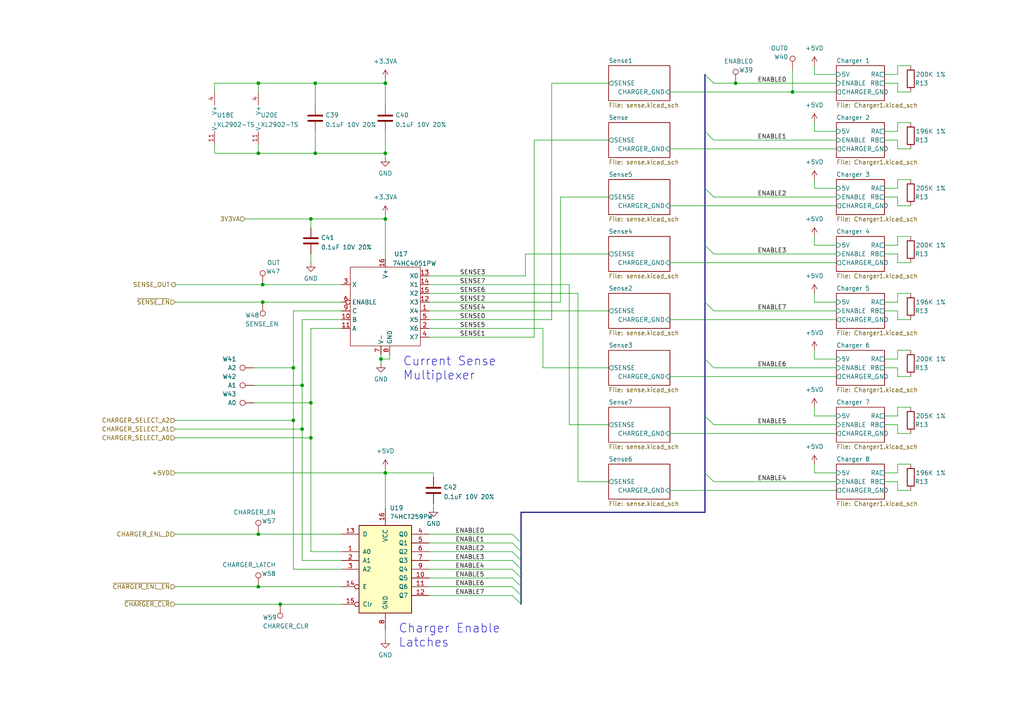
<source format=kicad_sch>
(kicad_sch (version 20230121) (generator eeschema)
  (paper "A4")
  (lib_symbols
    (symbol "74xx:74LS259" (pin_names (offset 1.016))
      (property "Reference" "U" (at -7.62 13.97 0))
      (property "Value" "74LS259" (at -7.62 -13.97 0))
      (symbol "74LS259_1_0"
        (pin input line (at -12.7 5.08 0) (length 5.08) (name "A0") (number "1"))
        (pin output line (at 12.7 -2.54 180) (length 5.08) (name "Q5") (number "10"))
        (pin output line (at 12.7 -5.08 180) (length 5.08) (name "Q6") (number "11"))
        (pin output line (at 12.7 -7.62 180) (length 5.08) (name "Q7") (number "12"))
        (pin input line (at -12.7 10.16 0) (length 5.08) (name "D") (number "13"))
        (pin input inverted (at -12.7 -5.08 0) (length 5.08) (name "E") (number "14"))
        (pin input inverted (at -12.7 -10.16 0) (length 5.08) (name "Clr") (number "15"))
        (pin power_in line (at 0 17.78 270) (length 5.08) (name "VCC") (number "16"))
        (pin input line (at -12.7 2.54 0) (length 5.08) (name "A1") (number "2"))
        (pin input line (at -12.7 0 0) (length 5.08) (name "A2") (number "3"))
        (pin output line (at 12.7 10.16 180) (length 5.08) (name "Q0") (number "4"))
        (pin output line (at 12.7 7.62 180) (length 5.08) (name "Q1") (number "5"))
        (pin output line (at 12.7 5.08 180) (length 5.08) (name "Q2") (number "6"))
        (pin output line (at 12.7 2.54 180) (length 5.08) (name "Q3") (number "7"))
        (pin power_in line (at 0 -17.78 90) (length 5.08) (name "GND") (number "8"))
        (pin output line (at 12.7 0 180) (length 5.08) (name "Q4") (number "9"))
      )
      (symbol "74LS259_1_1"
        (rectangle (start -7.62 12.7) (end 7.62 -12.7) (stroke (width 0.254)) (fill (type background)))
      )
    )
    (symbol "Amplifier_Operational:LM2902" (pin_names (offset 0.127))
      (property "Reference" "U" (at 0 5.08 0))
      (property "Value" "LM2902" (at 0 -5.08 0))
      (symbol "LM2902_1_1"
        (polyline (pts (xy -5.08 5.08) (xy 5.08 0) (xy -5.08 -5.08) (xy -5.08 5.08)) (stroke (width 0.254)) (fill (type background)))
        (pin output line (at 7.62 0 180) (length 2.54) (name "~") (number "1"))
        (pin input line (at -7.62 -2.54 0) (length 2.54) (name "-") (number "2"))
        (pin input line (at -7.62 2.54 0) (length 2.54) (name "+") (number "3"))
      )
      (symbol "LM2902_2_1"
        (polyline (pts (xy -5.08 5.08) (xy 5.08 0) (xy -5.08 -5.08) (xy -5.08 5.08)) (stroke (width 0.254)) (fill (type background)))
        (pin input line (at -7.62 2.54 0) (length 2.54) (name "+") (number "5"))
        (pin input line (at -7.62 -2.54 0) (length 2.54) (name "-") (number "6"))
        (pin output line (at 7.62 0 180) (length 2.54) (name "~") (number "7"))
      )
      (symbol "LM2902_3_1"
        (polyline (pts (xy -5.08 5.08) (xy 5.08 0) (xy -5.08 -5.08) (xy -5.08 5.08)) (stroke (width 0.254)) (fill (type background)))
        (pin input line (at -7.62 2.54 0) (length 2.54) (name "+") (number "10"))
        (pin output line (at 7.62 0 180) (length 2.54) (name "~") (number "8"))
        (pin input line (at -7.62 -2.54 0) (length 2.54) (name "-") (number "9"))
      )
      (symbol "LM2902_4_1"
        (polyline (pts (xy -5.08 5.08) (xy 5.08 0) (xy -5.08 -5.08) (xy -5.08 5.08)) (stroke (width 0.254)) (fill (type background)))
        (pin input line (at -7.62 2.54 0) (length 2.54) (name "+") (number "12"))
        (pin input line (at -7.62 -2.54 0) (length 2.54) (name "-") (number "13"))
        (pin output line (at 7.62 0 180) (length 2.54) (name "~") (number "14"))
      )
      (symbol "LM2902_5_1"
        (pin power_in line (at -2.54 -7.62 90) (length 3.81) (name "V-") (number "11"))
        (pin power_in line (at -2.54 7.62 270) (length 3.81) (name "V+") (number "4"))
      )
    )
    (symbol "Device:C" (pin_numbers hide) (pin_names (offset 0.254))
      (property "Reference" "C" (at 0.635 2.54 0))
      (property "Value" "C" (at 0.635 -2.54 0))
      (symbol "C_0_1"
        (polyline (pts (xy -2.032 -0.762) (xy 2.032 -0.762)) (stroke (width 0.508)))
        (polyline (pts (xy -2.032 0.762) (xy 2.032 0.762)) (stroke (width 0.508)))
      )
      (symbol "C_1_1"
        (pin passive line (at 0 3.81 270) (length 2.794) (name "~") (number "1"))
        (pin passive line (at 0 -3.81 90) (length 2.794) (name "~") (number "2"))
      )
    )
    (symbol "Device:R" (pin_numbers hide) (pin_names (offset 0))
      (property "Reference" "R" (at 2.032 0 90))
      (property "Value" "R" (at 0 0 90))
      (symbol "R_0_1"
        (rectangle (start -1.016 -2.54) (end 1.016 2.54) (stroke (width 0.254)))
      )
      (symbol "R_1_1"
        (pin passive line (at 0 3.81 270) (length 1.27) (name "~") (number "1"))
        (pin passive line (at 0 -3.81 90) (length 1.27) (name "~") (number "2"))
      )
    )
    (symbol "Pixels-dice:DG4051E"
      (property "Reference" "U" (at 7.62 -12.7 0))
      (property "Value" "DG4051E" (at 5.08 12.7 0))
      (symbol "DG4051E_0_1"
        (rectangle (start -10.16 11.43) (end 10.16 -11.43))
      )
      (symbol "DG4051E_1_1"
        (pin bidirectional line (at 12.7 -1.27 180) (length 2.54) (name "X4") (number "1"))
        (pin input line (at -12.7 -3.81 0) (length 2.54) (name "B") (number "10"))
        (pin input line (at -12.7 -6.35 0) (length 2.54) (name "A") (number "11"))
        (pin bidirectional line (at 12.7 1.27 180) (length 2.54) (name "X3") (number "12"))
        (pin bidirectional line (at 12.7 8.89 180) (length 2.54) (name "X0") (number "13"))
        (pin bidirectional line (at 12.7 6.35 180) (length 2.54) (name "X1") (number "14"))
        (pin bidirectional line (at 12.7 3.81 180) (length 2.54) (name "X2") (number "15"))
        (pin power_in line (at 0 13.97 270) (length 2.54) (name "V+") (number "16"))
        (pin bidirectional line (at 12.7 -6.35 180) (length 2.54) (name "X6") (number "2"))
        (pin bidirectional line (at -12.7 6.35 0) (length 2.54) (name "X") (number "3"))
        (pin bidirectional line (at 12.7 -8.89 180) (length 2.54) (name "X7") (number "4"))
        (pin bidirectional line (at 12.7 -3.81 180) (length 2.54) (name "X5") (number "5"))
        (pin input inverted (at -12.7 1.27 0) (length 2.54) (name "ENABLE") (number "6"))
        (pin power_in line (at -1.27 -13.97 90) (length 2.54) (name "V-") (number "7"))
        (pin power_in line (at 1.27 -13.97 90) (length 2.54) (name "GND") (number "8"))
        (pin input line (at -12.7 -1.27 0) (length 2.54) (name "C") (number "9"))
      )
    )
    (symbol "Pixels-dice:TEST_1P-conn" (pin_numbers hide) (pin_names (offset 0.762) hide)
      (property "Reference" "W" (at 0 6.858 0))
      (property "Value" "TEST_1P-conn" (at 0 5.08 0))
      (symbol "TEST_1P-conn_0_1"
        (circle (center 0 3.302) (radius 0.762))
      )
      (symbol "TEST_1P-conn_1_1"
        (pin passive line (at 0 0 90) (length 2.54) (name "1") (number "1"))
      )
    )
    (symbol "power:+3.3VA" (power) (pin_names (offset 0))
      (property "Value" "+3.3VA" (at 0 3.556 0))
      (symbol "+3.3VA_0_1"
        (polyline (pts (xy -0.762 1.27) (xy 0 2.54)))
        (polyline (pts (xy 0 0) (xy 0 2.54)))
        (polyline (pts (xy 0 2.54) (xy 0.762 1.27)))
      )
      (symbol "+3.3VA_1_1"
        (pin power_in line (at 0 0 90) (length 0) hide (name "+3.3VA") (number "1"))
      )
    )
    (symbol "power:+5VD" (power) (pin_names (offset 0))
      (property "Value" "+5VD" (at 0 3.556 0))
      (symbol "+5VD_0_1"
        (polyline (pts (xy -0.762 1.27) (xy 0 2.54)))
        (polyline (pts (xy 0 0) (xy 0 2.54)))
        (polyline (pts (xy 0 2.54) (xy 0.762 1.27)))
      )
      (symbol "+5VD_1_1"
        (pin power_in line (at 0 0 90) (length 0) hide (name "+5VD") (number "1"))
      )
    )
    (symbol "power:GND" (power) (pin_names (offset 0))
      (property "Value" "GND" (at 0 -3.81 0))
      (symbol "GND_0_1"
        (polyline (pts (xy 0 0) (xy 0 -1.27) (xy 1.27 -1.27) (xy 0 -2.54) (xy -1.27 -1.27) (xy 0 -1.27)))
      )
      (symbol "GND_1_1"
        (pin power_in line (at 0 0 270) (length 0) hide (name "GND") (number "1"))
      )
    )
  )
  (junction (at 91.44 24.13))
  (junction (at 91.44 44.45))
  (junction (at 90.17 127))
  (junction (at 90.17 63.5))
  (junction (at 81.28 175.26))
  (junction (at 111.76 63.5))
  (junction (at 74.93 44.45))
  (junction (at 90.17 116.84))
  (junction (at 74.93 170.18))
  (junction (at 110.49 104.14))
  (junction (at 87.63 124.46))
  (junction (at 87.63 111.76))
  (junction (at 76.2 87.63))
  (junction (at 229.87 26.67))
  (junction (at 74.93 154.94))
  (junction (at 111.76 24.13))
  (junction (at 111.76 44.45))
  (junction (at 76.2 82.55))
  (junction (at 85.09 121.92))
  (junction (at 85.09 106.68))
  (junction (at 74.93 24.13))
  (junction (at 213.36 24.13))
  (junction (at 111.76 137.16))
  (bus_entry (at 148.59 170.18) (size 2.54 2.54))
  (bus_entry (at 148.59 162.56) (size 2.54 2.54))
  (bus_entry (at 148.59 157.48) (size 2.54 2.54))
  (bus_entry (at 148.59 154.94) (size 2.54 2.54))
  (bus_entry (at 148.59 160.02) (size 2.54 2.54))
  (bus_entry (at 148.59 172.72) (size 2.54 2.54))
  (bus_entry (at 148.59 167.64) (size 2.54 2.54))
  (bus_entry (at 148.59 165.1) (size 2.54 2.54))
  (bus_entry (at 204.47 21.59) (size 2.54 2.54))
  (bus_entry (at 207.01 40.64) (size -2.54 -2.54))
  (bus_entry (at 207.01 57.15) (size -2.54 -2.54))
  (bus_entry (at 207.01 73.66) (size -2.54 -2.54))
  (bus_entry (at 207.01 106.68) (size -2.54 -2.54))
  (bus_entry (at 207.01 90.17) (size -2.54 -2.54))
  (bus_entry (at 207.01 139.7) (size -2.54 -2.54))
  (bus_entry (at 207.01 123.19) (size -2.54 -2.54))
  (wire (pts (xy 165.1 123.19) (xy 176.53 123.19)))
  (wire (pts (xy 194.31 43.18) (xy 242.57 43.18)))
  (wire (pts (xy 110.49 102.87) (xy 110.49 104.14)))
  (wire (pts (xy 256.54 38.1) (xy 260.35 38.1)))
  (wire (pts (xy 85.09 121.92) (xy 85.09 165.1)))
  (wire (pts (xy 90.17 63.5) (xy 90.17 66.04)))
  (bus (pts (xy 204.47 38.1) (xy 204.47 54.61)))
  (wire (pts (xy 91.44 24.13) (xy 74.93 24.13)))
  (wire (pts (xy 256.54 57.15) (xy 260.35 57.15)))
  (wire (pts (xy 260.35 40.64) (xy 260.35 43.18)))
  (wire (pts (xy 62.23 41.91) (xy 62.23 44.45)))
  (wire (pts (xy 207.01 123.19) (xy 242.57 123.19)))
  (wire (pts (xy 207.01 90.17) (xy 242.57 90.17)))
  (wire (pts (xy 74.93 170.18) (xy 99.06 170.18)))
  (wire (pts (xy 73.66 106.68) (xy 85.09 106.68)))
  (wire (pts (xy 111.76 62.23) (xy 111.76 63.5)))
  (wire (pts (xy 207.01 139.7) (xy 242.57 139.7)))
  (wire (pts (xy 256.54 24.13) (xy 260.35 24.13)))
  (wire (pts (xy 73.66 116.84) (xy 90.17 116.84)))
  (wire (pts (xy 256.54 73.66) (xy 260.35 73.66)))
  (wire (pts (xy 50.8 154.94) (xy 74.93 154.94)))
  (wire (pts (xy 194.31 92.71) (xy 242.57 92.71)))
  (wire (pts (xy 125.73 138.43) (xy 125.73 137.16)))
  (wire (pts (xy 124.46 154.94) (xy 148.59 154.94)))
  (wire (pts (xy 176.53 40.64) (xy 154.94 40.64)))
  (wire (pts (xy 260.35 26.67) (xy 264.16 26.67)))
  (wire (pts (xy 124.46 165.1) (xy 148.59 165.1)))
  (wire (pts (xy 74.93 154.94) (xy 99.06 154.94)))
  (wire (pts (xy 256.54 21.59) (xy 260.35 21.59)))
  (bus (pts (xy 204.47 137.16) (xy 204.47 148.59)))
  (wire (pts (xy 236.22 87.63) (xy 242.57 87.63)))
  (wire (pts (xy 176.53 57.15) (xy 162.56 57.15)))
  (wire (pts (xy 260.35 54.61) (xy 260.35 52.07)))
  (wire (pts (xy 87.63 111.76) (xy 87.63 92.71)))
  (bus (pts (xy 204.47 71.12) (xy 204.47 87.63)))
  (wire (pts (xy 260.35 137.16) (xy 260.35 134.62)))
  (wire (pts (xy 260.35 21.59) (xy 260.35 19.05)))
  (wire (pts (xy 260.35 87.63) (xy 260.35 85.09)))
  (wire (pts (xy 260.35 59.69) (xy 264.16 59.69)))
  (wire (pts (xy 260.35 101.6) (xy 264.16 101.6)))
  (wire (pts (xy 74.93 24.13) (xy 62.23 24.13)))
  (wire (pts (xy 236.22 85.09) (xy 236.22 87.63)))
  (wire (pts (xy 111.76 182.88) (xy 111.76 185.42)))
  (wire (pts (xy 236.22 21.59) (xy 242.57 21.59)))
  (wire (pts (xy 91.44 38.1) (xy 91.44 44.45)))
  (wire (pts (xy 124.46 172.72) (xy 148.59 172.72)))
  (wire (pts (xy 90.17 116.84) (xy 90.17 95.25)))
  (wire (pts (xy 256.54 123.19) (xy 260.35 123.19)))
  (wire (pts (xy 236.22 19.05) (xy 236.22 21.59)))
  (wire (pts (xy 260.35 85.09) (xy 264.16 85.09)))
  (wire (pts (xy 260.35 106.68) (xy 260.35 109.22)))
  (wire (pts (xy 194.31 76.2) (xy 242.57 76.2)))
  (wire (pts (xy 160.02 24.13) (xy 160.02 92.71)))
  (wire (pts (xy 113.03 104.14) (xy 110.49 104.14)))
  (bus (pts (xy 151.13 167.64) (xy 151.13 170.18)))
  (wire (pts (xy 236.22 120.65) (xy 242.57 120.65)))
  (wire (pts (xy 76.2 82.55) (xy 99.06 82.55)))
  (wire (pts (xy 236.22 137.16) (xy 242.57 137.16)))
  (wire (pts (xy 260.35 68.58) (xy 264.16 68.58)))
  (wire (pts (xy 154.94 40.64) (xy 154.94 97.79)))
  (wire (pts (xy 85.09 165.1) (xy 99.06 165.1)))
  (wire (pts (xy 81.28 175.26) (xy 99.06 175.26)))
  (wire (pts (xy 124.46 162.56) (xy 148.59 162.56)))
  (wire (pts (xy 260.35 19.05) (xy 264.16 19.05)))
  (wire (pts (xy 236.22 68.58) (xy 236.22 71.12)))
  (wire (pts (xy 260.35 52.07) (xy 264.16 52.07)))
  (wire (pts (xy 236.22 52.07) (xy 236.22 54.61)))
  (wire (pts (xy 236.22 35.56) (xy 236.22 38.1)))
  (wire (pts (xy 76.2 87.63) (xy 99.06 87.63)))
  (wire (pts (xy 260.35 142.24) (xy 264.16 142.24)))
  (wire (pts (xy 256.54 120.65) (xy 260.35 120.65)))
  (wire (pts (xy 260.35 35.56) (xy 264.16 35.56)))
  (bus (pts (xy 151.13 157.48) (xy 151.13 160.02)))
  (wire (pts (xy 50.8 127) (xy 90.17 127)))
  (bus (pts (xy 151.13 165.1) (xy 151.13 167.64)))
  (wire (pts (xy 260.35 38.1) (xy 260.35 35.56)))
  (wire (pts (xy 111.76 137.16) (xy 125.73 137.16)))
  (bus (pts (xy 151.13 160.02) (xy 151.13 162.56)))
  (wire (pts (xy 167.64 139.7) (xy 176.53 139.7)))
  (wire (pts (xy 124.46 92.71) (xy 160.02 92.71)))
  (wire (pts (xy 87.63 124.46) (xy 87.63 111.76)))
  (wire (pts (xy 236.22 38.1) (xy 242.57 38.1)))
  (wire (pts (xy 194.31 59.69) (xy 242.57 59.69)))
  (wire (pts (xy 165.1 123.19) (xy 165.1 82.55)))
  (wire (pts (xy 124.46 167.64) (xy 148.59 167.64)))
  (wire (pts (xy 50.8 175.26) (xy 81.28 175.26)))
  (wire (pts (xy 90.17 127) (xy 90.17 160.02)))
  (wire (pts (xy 194.31 125.73) (xy 242.57 125.73)))
  (wire (pts (xy 236.22 71.12) (xy 242.57 71.12)))
  (wire (pts (xy 85.09 106.68) (xy 85.09 90.17)))
  (wire (pts (xy 236.22 118.11) (xy 236.22 120.65)))
  (wire (pts (xy 124.46 87.63) (xy 162.56 87.63)))
  (wire (pts (xy 176.53 73.66) (xy 152.4 73.66)))
  (wire (pts (xy 194.31 142.24) (xy 242.57 142.24)))
  (wire (pts (xy 111.76 135.89) (xy 111.76 137.16)))
  (wire (pts (xy 87.63 124.46) (xy 87.63 162.56)))
  (bus (pts (xy 204.47 104.14) (xy 204.47 120.65)))
  (wire (pts (xy 236.22 54.61) (xy 242.57 54.61)))
  (wire (pts (xy 124.46 97.79) (xy 154.94 97.79)))
  (wire (pts (xy 260.35 71.12) (xy 260.35 68.58)))
  (wire (pts (xy 260.35 92.71) (xy 264.16 92.71)))
  (wire (pts (xy 73.66 111.76) (xy 87.63 111.76)))
  (bus (pts (xy 151.13 170.18) (xy 151.13 172.72)))
  (wire (pts (xy 125.73 147.32) (xy 125.73 146.05)))
  (bus (pts (xy 204.47 87.63) (xy 204.47 104.14)))
  (wire (pts (xy 111.76 24.13) (xy 111.76 30.48)))
  (wire (pts (xy 50.8 137.16) (xy 111.76 137.16)))
  (wire (pts (xy 256.54 54.61) (xy 260.35 54.61)))
  (wire (pts (xy 260.35 125.73) (xy 264.16 125.73)))
  (wire (pts (xy 110.49 104.14) (xy 110.49 105.41)))
  (bus (pts (xy 151.13 148.59) (xy 204.47 148.59)))
  (wire (pts (xy 91.44 24.13) (xy 111.76 24.13)))
  (wire (pts (xy 90.17 160.02) (xy 99.06 160.02)))
  (bus (pts (xy 151.13 172.72) (xy 151.13 175.26)))
  (wire (pts (xy 260.35 90.17) (xy 260.35 92.71)))
  (wire (pts (xy 124.46 90.17) (xy 176.53 90.17)))
  (wire (pts (xy 236.22 101.6) (xy 236.22 104.14)))
  (bus (pts (xy 151.13 162.56) (xy 151.13 165.1)))
  (wire (pts (xy 242.57 26.67) (xy 229.87 26.67)))
  (wire (pts (xy 256.54 40.64) (xy 260.35 40.64)))
  (wire (pts (xy 90.17 73.66) (xy 90.17 76.2)))
  (wire (pts (xy 260.35 76.2) (xy 264.16 76.2)))
  (wire (pts (xy 74.93 24.13) (xy 74.93 26.67)))
  (wire (pts (xy 111.76 63.5) (xy 111.76 74.93)))
  (wire (pts (xy 152.4 73.66) (xy 152.4 80.01)))
  (wire (pts (xy 256.54 104.14) (xy 260.35 104.14)))
  (wire (pts (xy 157.48 106.68) (xy 157.48 95.25)))
  (wire (pts (xy 176.53 24.13) (xy 160.02 24.13)))
  (wire (pts (xy 194.31 26.67) (xy 229.87 26.67)))
  (wire (pts (xy 113.03 102.87) (xy 113.03 104.14)))
  (wire (pts (xy 71.12 63.5) (xy 90.17 63.5)))
  (wire (pts (xy 256.54 137.16) (xy 260.35 137.16)))
  (wire (pts (xy 207.01 57.15) (xy 242.57 57.15)))
  (wire (pts (xy 50.8 82.55) (xy 76.2 82.55)))
  (wire (pts (xy 260.35 118.11) (xy 264.16 118.11)))
  (bus (pts (xy 204.47 120.65) (xy 204.47 137.16)))
  (wire (pts (xy 167.64 85.09) (xy 167.64 139.7)))
  (wire (pts (xy 62.23 24.13) (xy 62.23 26.67)))
  (wire (pts (xy 207.01 40.64) (xy 242.57 40.64)))
  (wire (pts (xy 162.56 57.15) (xy 162.56 87.63)))
  (wire (pts (xy 256.54 71.12) (xy 260.35 71.12)))
  (wire (pts (xy 260.35 104.14) (xy 260.35 101.6)))
  (wire (pts (xy 124.46 95.25) (xy 157.48 95.25)))
  (wire (pts (xy 124.46 85.09) (xy 167.64 85.09)))
  (wire (pts (xy 260.35 139.7) (xy 260.35 142.24)))
  (wire (pts (xy 111.76 137.16) (xy 111.76 147.32)))
  (wire (pts (xy 176.53 106.68) (xy 157.48 106.68)))
  (wire (pts (xy 256.54 87.63) (xy 260.35 87.63)))
  (wire (pts (xy 85.09 121.92) (xy 85.09 106.68)))
  (wire (pts (xy 50.8 121.92) (xy 85.09 121.92)))
  (wire (pts (xy 256.54 139.7) (xy 260.35 139.7)))
  (wire (pts (xy 152.4 80.01) (xy 124.46 80.01)))
  (wire (pts (xy 207.01 73.66) (xy 242.57 73.66)))
  (wire (pts (xy 50.8 87.63) (xy 76.2 87.63)))
  (wire (pts (xy 260.35 120.65) (xy 260.35 118.11)))
  (wire (pts (xy 111.76 22.86) (xy 111.76 24.13)))
  (wire (pts (xy 91.44 30.48) (xy 91.44 24.13)))
  (wire (pts (xy 260.35 123.19) (xy 260.35 125.73)))
  (wire (pts (xy 90.17 95.25) (xy 99.06 95.25)))
  (wire (pts (xy 87.63 162.56) (xy 99.06 162.56)))
  (wire (pts (xy 236.22 104.14) (xy 242.57 104.14)))
  (wire (pts (xy 236.22 134.62) (xy 236.22 137.16)))
  (wire (pts (xy 74.93 41.91) (xy 74.93 44.45)))
  (bus (pts (xy 204.47 21.59) (xy 204.47 38.1)))
  (wire (pts (xy 260.35 134.62) (xy 264.16 134.62)))
  (wire (pts (xy 74.93 44.45) (xy 91.44 44.45)))
  (wire (pts (xy 260.35 73.66) (xy 260.35 76.2)))
  (wire (pts (xy 207.01 106.68) (xy 242.57 106.68)))
  (wire (pts (xy 50.8 124.46) (xy 87.63 124.46)))
  (wire (pts (xy 260.35 43.18) (xy 264.16 43.18)))
  (wire (pts (xy 207.01 24.13) (xy 213.36 24.13)))
  (wire (pts (xy 62.23 44.45) (xy 74.93 44.45)))
  (wire (pts (xy 124.46 170.18) (xy 148.59 170.18)))
  (wire (pts (xy 260.35 109.22) (xy 264.16 109.22)))
  (wire (pts (xy 260.35 24.13) (xy 260.35 26.67)))
  (wire (pts (xy 111.76 44.45) (xy 111.76 45.72)))
  (bus (pts (xy 151.13 157.48) (xy 151.13 148.59)))
  (wire (pts (xy 91.44 44.45) (xy 111.76 44.45)))
  (wire (pts (xy 256.54 106.68) (xy 260.35 106.68)))
  (wire (pts (xy 90.17 127) (xy 90.17 116.84)))
  (wire (pts (xy 111.76 38.1) (xy 111.76 44.45)))
  (wire (pts (xy 124.46 157.48) (xy 148.59 157.48)))
  (wire (pts (xy 90.17 63.5) (xy 111.76 63.5)))
  (wire (pts (xy 229.87 26.67) (xy 229.87 20.32)))
  (wire (pts (xy 85.09 90.17) (xy 99.06 90.17)))
  (wire (pts (xy 213.36 24.13) (xy 242.57 24.13)))
  (wire (pts (xy 194.31 109.22) (xy 242.57 109.22)))
  (wire (pts (xy 260.35 57.15) (xy 260.35 59.69)))
  (wire (pts (xy 87.63 92.71) (xy 99.06 92.71)))
  (wire (pts (xy 124.46 160.02) (xy 148.59 160.02)))
  (wire (pts (xy 50.8 170.18) (xy 74.93 170.18)))
  (wire (pts (xy 124.46 82.55) (xy 165.1 82.55)))
  (wire (pts (xy 256.54 90.17) (xy 260.35 90.17)))
  (bus (pts (xy 204.47 54.61) (xy 204.47 71.12)))
  (text "Charger Enable\nLatches" (at 115.57 187.96 0) (effects (font (size 2.54 2.54)) (justify left bottom)))
  (text "Current Sense\nMultiplexer" (at 116.84 110.49 0) (effects (font (size 2.54 2.54)) (justify left bottom)))
  (label "SENSE7" (at 133.35 82.55 0))
  (label "SENSE6" (at 133.35 85.09 0))
  (label "SENSE1" (at 133.35 97.79 0))
  (label "ENABLE1" (at 219.71 40.64 0))
  (label "ENABLE2" (at 219.71 57.15 0))
  (label "ENABLE6" (at 132.08 170.18 0))
  (label "ENABLE2" (at 132.08 160.02 0))
  (label "ENABLE4" (at 132.08 165.1 0))
  (label "SENSE2" (at 133.35 87.63 0))
  (label "SENSE4" (at 133.35 90.17 0))
  (label "ENABLE0" (at 132.08 154.94 0))
  (label "SENSE0" (at 133.35 92.71 0))
  (label "ENABLE0" (at 219.71 24.13 0))
  (label "ENABLE3" (at 132.08 162.56 0))
  (label "ENABLE6" (at 219.71 106.68 0))
  (label "SENSE3" (at 133.35 80.01 0))
  (label "ENABLE7" (at 132.08 172.72 0))
  (label "ENABLE3" (at 219.71 73.66 0))
  (label "ENABLE5" (at 132.08 167.64 0))
  (label "SENSE5" (at 133.35 95.25 0))
  (label "ENABLE4" (at 219.71 139.7 0))
  (label "ENABLE7" (at 219.71 90.17 0))
  (label "ENABLE5" (at 219.71 123.19 0))
  (label "ENABLE1" (at 132.08 157.48 0))
  (hierarchical_label "CHARGER_SELECT_A1" (shape input) (at 50.8 124.46 180))
  (hierarchical_label "CHARGER_SELECT_A2" (shape input) (at 50.8 121.92 180))
  (hierarchical_label "SENSE_OUT" (shape output) (at 50.8 82.55 180))
  (hierarchical_label "~{CHARGER_CLR}" (shape input) (at 50.8 175.26 180))
  (hierarchical_label "CHARGER_SELECT_A0" (shape input) (at 50.8 127 180))
  (hierarchical_label "~{CHARGER_ENL_EN}" (shape input) (at 50.8 170.18 180))
  (hierarchical_label "+5VD" (shape input) (at 50.8 137.16 180))
  (hierarchical_label "3V3VA" (shape input) (at 71.12 63.5 180))
  (hierarchical_label "CHARGER_ENL_D" (shape input) (at 50.8 154.94 180))
  (hierarchical_label "~{SENSE_EN}" (shape input) (at 50.8 87.63 180))
  (symbol (lib_id "74xx:74LS259") (at 111.76 165.1 0) (unit 1)
    (property "Reference" "U19" (at 113.03 147.32 0) (effects (justify left)))
    (property "Value" "74HCT259PW" (at 113.03 149.86 0) (effects (justify left)))
    (property "Footprint" "Package_SO:SSOP-16_4.4x5.2mm_P0.65mm" (effects hide))
    (property "Datasheet" "http://www.ti.com/lit/gpn/sn74LS259" (effects hide))
    (property "Manufacturer" "Nexperia" (effects hide))
    (property "Manufacturer Part Number" "74HCT259PW,118" (effects hide))
    (property "Generic OK" "NO" (effects hide))
  )
  (symbol (lib_id "power:+5VD") (at 236.22 35.56 0) (unit 1)
    (property "Reference" "#PWR0111" (effects hide))
    (property "Value" "+5VD" (at 236.22 30.48 0))
  )
  (symbol (lib_id "Pixels-dice:TEST_1P-conn") (at 76.2 82.55 0) (mirror y) (unit 1)
    (property "Reference" "W47" (at 81.28 78.74 0) (effects (justify left)))
    (property "Value" "OUT" (at 81.28 76.2 0) (effects (justify left)))
    (property "Footprint" "Pixels-dice:TEST_PIN" (effects hide))
  )
  (symbol (lib_id "Pixels-dice:TEST_1P-conn") (at 81.28 175.26 0) (mirror x) (unit 1)
    (property "Reference" "W59" (at 76.2 179.07 0) (effects (justify left)))
    (property "Value" "CHARGER_CLR" (at 76.2 181.61 0) (effects (justify left)))
    (property "Footprint" "Pixels-dice:TEST_PIN" (effects hide))
  )
  (symbol (lib_id "Pixels-dice:DG4051E") (at 111.76 88.9 0) (unit 1)
    (property "Reference" "U17" (at 114.3 73.66 0) (effects (justify left)))
    (property "Value" "74HC4051PW" (at 113.7794 76.4056 0) (effects (justify left)))
    (property "Footprint" "Package_SO:SSOP-16_4.4x5.2mm_P0.65mm" (effects hide))
    (property "Manufacturer" "Nexperia" (effects hide))
    (property "Manufacturer Part Number" "74HC4051PW,118" (effects hide))
    (property "Generic OK" "NO" (effects hide))
  )
  (symbol (lib_id "power:GND") (at 125.73 147.32 0) (unit 1)
    (property "Reference" "#PWR055" (effects hide))
    (property "Value" "GND" (at 125.73 151.8825 0))
  )
  (symbol (lib_id "Device:R") (at 264.16 138.43 0) (unit 1)
    (property "Reference" "R13" (at 269.24 139.7 0) (effects (justify right)))
    (property "Value" "196K 1%" (at 274.32 137.16 0) (effects (justify right)))
    (property "Footprint" "Resistor_SMD:R_0402_1005Metric" (effects hide))
    (property "Manufacturer" "UNI-ROYAL(Uniroyal Elec)" (effects hide))
    (property "Manufacturer Part Number" "0402WGF1963TCE" (effects hide))
    (instances (project "Main" (path "" (reference "R13") (unit 1)) (path "" (reference "R4") (unit 1)) (path "" (reference "R7") (unit 1)) (path "" (reference "R10") (unit 1)) (path "" (reference "R74") (unit 1)) (path "" (reference "R16") (unit 1)) (path "" (reference "R33") (unit 1)) (path "" (reference "R38") (unit 1)) (path "" (reference "R38") (unit 1))))
  )
  (symbol (lib_id "power:GND") (at 110.49 105.41 0) (unit 1)
    (property "Reference" "#PWR046" (effects hide))
    (property "Value" "GND" (at 110.49 109.9725 0))
  )
  (symbol (lib_id "Pixels-dice:TEST_1P-conn") (at 73.66 116.84 90) (mirror x) (unit 1)
    (property "Reference" "W43" (at 68.58 114.3 90) (effects (justify left)))
    (property "Value" "A0" (at 68.58 116.84 90) (effects (justify left)))
    (property "Footprint" "Pixels-dice:TEST_PIN" (effects hide))
  )
  (symbol (lib_id "Device:R") (at 264.16 55.88 0) (unit 1)
    (property "Reference" "R13" (at 269.24 57.15 0) (effects (justify right)))
    (property "Value" "205K 1%" (at 274.32 54.61 0) (effects (justify right)))
    (property "Footprint" "Resistor_SMD:R_0402_1005Metric" (effects hide))
    (property "Manufacturer" "UNI-ROYAL(Uniroyal Elec)" (effects hide))
    (property "Manufacturer Part Number" "0402WGF2053TCE" (effects hide))
    (instances (project "Main" (path "" (reference "R13") (unit 1)) (path "" (reference "R4") (unit 1)) (path "" (reference "R7") (unit 1)) (path "" (reference "R10") (unit 1)) (path "" (reference "R74") (unit 1)) (path "" (reference "R16") (unit 1)) (path "" (reference "R33") (unit 1)) (path "" (reference "R38") (unit 1)) (path "" (reference "R7") (unit 1))))
  )
  (symbol (lib_id "power:+5VD") (at 236.22 118.11 0) (unit 1)
    (property "Reference" "#PWR0116" (effects hide))
    (property "Value" "+5VD" (at 236.22 113.03 0))
  )
  (symbol (lib_id "power:+5VD") (at 111.76 135.89 0) (unit 1)
    (property "Reference" "#PWR0114" (effects hide))
    (property "Value" "+5VD" (at 111.76 130.81 0))
  )
  (symbol (lib_id "Pixels-dice:TEST_1P-conn") (at 76.2 87.63 0) (mirror x) (unit 1)
    (property "Reference" "W48" (at 71.12 91.44 0) (effects (justify left)))
    (property "Value" "SENSE_EN" (at 71.12 93.98 0) (effects (justify left)))
    (property "Footprint" "Pixels-dice:TEST_PIN" (effects hide))
  )
  (symbol (lib_id "Pixels-dice:TEST_1P-conn") (at 74.93 154.94 0) (mirror y) (unit 1)
    (property "Reference" "W57" (at 80.01 151.13 0) (effects (justify left)))
    (property "Value" "CHARGER_EN" (at 80.01 148.59 0) (effects (justify left)))
    (property "Footprint" "Pixels-dice:TEST_PIN" (effects hide))
  )
  (symbol (lib_id "power:+3.3VA") (at 111.76 22.86 0) (unit 1)
    (property "Reference" "#PWR029" (effects hide))
    (property "Value" "+3.3VA" (at 111.76 17.78 0))
  )
  (symbol (lib_id "Device:R") (at 264.16 22.86 0) (unit 1)
    (property "Reference" "R13" (at 269.24 24.13 0) (effects (justify right)))
    (property "Value" "200K 1%" (at 274.32 21.59 0) (effects (justify right)))
    (property "Footprint" "Resistor_SMD:R_0402_1005Metric" (effects hide))
    (property "LCSC Part Number" "C25764" (effects hide))
    (property "Manufacturer" "UNI-ROYAL(Uniroyal Elec)" (effects hide))
    (property "Manufacturer Part Number" "0402WGF2003TCE" (effects hide))
    (instances (project "Main" (path "" (reference "R13") (unit 1)) (path "" (reference "R4") (unit 1)) (path "" (reference "R7") (unit 1)) (path "" (reference "R10") (unit 1)) (path "" (reference "R74") (unit 1)) (path "" (reference "R16") (unit 1)) (path "" (reference "R33") (unit 1)) (path "" (reference "R38") (unit 1)) (path "" (reference "R13") (unit 1))))
  )
  (symbol (lib_id "Device:C") (at 91.44 34.29 0) (unit 1)
    (property "Reference" "C39" (at 94.361 33.3815 0) (effects (justify left)))
    (property "Value" "0.1uF 10V 20%" (at 94.361 36.1566 0) (effects (justify left)))
    (property "Footprint" "Capacitor_SMD:C_0402_1005Metric" (effects hide))
    (property "LCSC Part Number" "C2168305" (effects hide))
    (property "Manufacturer" "Murata" (effects hide))
    (property "Manufacturer Part Number" "GRM155R61H104KE19D" (effects hide))
    (property "Generic OK" "YES" (effects hide))
  )
  (symbol (lib_id "power:GND") (at 111.76 45.72 0) (unit 1)
    (property "Reference" "#PWR032" (effects hide))
    (property "Value" "GND" (at 111.76 50.2825 0))
  )
  (symbol (lib_id "Pixels-dice:TEST_1P-conn") (at 229.87 20.32 0) (mirror y) (unit 1)
    (property "Reference" "W40" (at 228.6 16.51 0) (effects (justify left)))
    (property "Value" "OUT0" (at 228.6 13.97 0) (effects (justify left)))
    (property "Footprint" "Pixels-dice:TEST_PIN" (effects hide))
  )
  (symbol (lib_id "power:GND") (at 90.17 76.2 0) (unit 1)
    (property "Reference" "#PWR0112" (effects hide))
    (property "Value" "GND" (at 90.17 80.7625 0))
  )
  (symbol (lib_id "power:+5VD") (at 236.22 52.07 0) (unit 1)
    (property "Reference" "#PWR0109" (effects hide))
    (property "Value" "+5VD" (at 236.22 46.99 0))
  )
  (symbol (lib_id "power:+5VD") (at 236.22 101.6 0) (unit 1)
    (property "Reference" "#PWR0117" (effects hide))
    (property "Value" "+5VD" (at 236.22 96.52 0))
  )
  (symbol (lib_id "power:GND") (at 111.76 185.42 0) (unit 1)
    (property "Reference" "#PWR057" (effects hide))
    (property "Value" "GND" (at 111.76 189.9825 0))
  )
  (symbol (lib_id "power:+5VD") (at 236.22 85.09 0) (unit 1)
    (property "Reference" "#PWR0118" (effects hide))
    (property "Value" "+5VD" (at 236.22 80.01 0))
  )
  (symbol (lib_id "Device:R") (at 264.16 72.39 0) (unit 1)
    (property "Reference" "R13" (at 269.24 73.66 0) (effects (justify right)))
    (property "Value" "200K 1%" (at 274.32 71.12 0) (effects (justify right)))
    (property "Footprint" "Resistor_SMD:R_0402_1005Metric" (effects hide))
    (property "LCSC Part Number" "C25764" (effects hide))
    (property "Manufacturer" "UNI-ROYAL(Uniroyal Elec)" (effects hide))
    (property "Manufacturer Part Number" "0402WGF2003TCE" (effects hide))
    (instances (project "Main" (path "" (reference "R13") (unit 1)) (path "" (reference "R4") (unit 1)) (path "" (reference "R7") (unit 1)) (path "" (reference "R10") (unit 1)) (path "" (reference "R74") (unit 1)) (path "" (reference "R16") (unit 1)) (path "" (reference "R33") (unit 1)) (path "" (reference "R38") (unit 1)) (path "" (reference "R10") (unit 1))))
  )
  (symbol (lib_id "Pixels-dice:TEST_1P-conn") (at 73.66 111.76 90) (mirror x) (unit 1)
    (property "Reference" "W42" (at 68.58 109.22 90) (effects (justify left)))
    (property "Value" "A1" (at 68.58 111.76 90) (effects (justify left)))
    (property "Footprint" "Pixels-dice:TEST_PIN" (effects hide))
  )
  (symbol (lib_id "Device:R") (at 264.16 105.41 0) (unit 1)
    (property "Reference" "R13" (at 269.24 106.68 0) (effects (justify right)))
    (property "Value" "200K 1%" (at 274.32 104.14 0) (effects (justify right)))
    (property "Footprint" "Resistor_SMD:R_0402_1005Metric" (effects hide))
    (property "LCSC Part Number" "C25764" (effects hide))
    (property "Manufacturer" "UNI-ROYAL(Uniroyal Elec)" (effects hide))
    (property "Manufacturer Part Number" "0402WGF2003TCE" (effects hide))
    (instances (project "Main" (path "" (reference "R13") (unit 1)) (path "" (reference "R4") (unit 1)) (path "" (reference "R7") (unit 1)) (path "" (reference "R10") (unit 1)) (path "" (reference "R74") (unit 1)) (path "" (reference "R16") (unit 1)) (path "" (reference "R33") (unit 1)) (path "" (reference "R38") (unit 1)) (path "" (reference "R16") (unit 1))))
  )
  (symbol (lib_id "Device:C") (at 90.17 69.85 0) (unit 1)
    (property "Reference" "C41" (at 93.091 68.9415 0) (effects (justify left)))
    (property "Value" "0.1uF 10V 20%" (at 93.091 71.7166 0) (effects (justify left)))
    (property "Footprint" "Capacitor_SMD:C_0402_1005Metric" (effects hide))
    (property "LCSC Part Number" "C2168305" (effects hide))
    (property "Manufacturer" "Murata" (effects hide))
    (property "Manufacturer Part Number" "GRM155R61H104KE19D" (effects hide))
    (property "Generic OK" "YES" (effects hide))
  )
  (symbol (lib_id "Pixels-dice:TEST_1P-conn") (at 73.66 106.68 90) (mirror x) (unit 1)
    (property "Reference" "W41" (at 68.58 104.14 90) (effects (justify left)))
    (property "Value" "A2" (at 68.58 106.68 90) (effects (justify left)))
    (property "Footprint" "Pixels-dice:TEST_PIN" (effects hide))
  )
  (symbol (lib_id "Amplifier_Operational:LM2902") (at 77.47 34.29 0) (unit 5)
    (property "Reference" "U20" (at 75.565 33.3815 0) (effects (justify left)))
    (property "Value" "XL2902-TS" (at 75.565 36.1566 0) (effects (justify left)))
    (property "Footprint" "Package_SO:TSSOP-14_4.4x5mm_P0.65mm" (effects hide))
    (property "Manufacturer" "XINLUDA" (effects hide))
    (property "Manufacturer Part Number" "XL2902-TS" (effects hide))
  )
  (symbol (lib_id "Device:R") (at 264.16 39.37 0) (unit 1)
    (property "Reference" "R13" (at 269.24 40.64 0) (effects (justify right)))
    (property "Value" "196K 1%" (at 274.32 38.1 0) (effects (justify right)))
    (property "Footprint" "Resistor_SMD:R_0402_1005Metric" (effects hide))
    (property "Manufacturer" "UNI-ROYAL(Uniroyal Elec)" (effects hide))
    (property "Manufacturer Part Number" "0402WGF1963TCE" (effects hide))
    (instances (project "Main" (path "" (reference "R13") (unit 1)) (path "" (reference "R4") (unit 1)) (path "" (reference "R7") (unit 1)) (path "" (reference "R10") (unit 1)) (path "" (reference "R74") (unit 1)) (path "" (reference "R16") (unit 1)) (path "" (reference "R33") (unit 1)) (path "" (reference "R38") (unit 1)) (path "" (reference "R4") (unit 1))))
  )
  (symbol (lib_id "Pixels-dice:TEST_1P-conn") (at 74.93 170.18 0) (mirror y) (unit 1)
    (property "Reference" "W58" (at 80.01 166.37 0) (effects (justify left)))
    (property "Value" "CHARGER_LATCH" (at 80.01 163.83 0) (effects (justify left)))
    (property "Footprint" "Pixels-dice:TEST_PIN" (effects hide))
  )
  (symbol (lib_id "power:+5VD") (at 236.22 19.05 0) (unit 1)
    (property "Reference" "#PWR0113" (effects hide))
    (property "Value" "+5VD" (at 236.22 13.97 0))
  )
  (symbol (lib_id "Device:R") (at 264.16 88.9 0) (unit 1)
    (property "Reference" "R13" (at 269.24 90.17 0) (effects (justify right)))
    (property "Value" "196K 1%" (at 274.32 87.63 0) (effects (justify right)))
    (property "Footprint" "Resistor_SMD:R_0402_1005Metric" (effects hide))
    (property "Manufacturer" "UNI-ROYAL(Uniroyal Elec)" (effects hide))
    (property "Manufacturer Part Number" "0402WGF1963TCE" (effects hide))
    (instances (project "Main" (path "" (reference "R13") (unit 1)) (path "" (reference "R4") (unit 1)) (path "" (reference "R7") (unit 1)) (path "" (reference "R10") (unit 1)) (path "" (reference "R74") (unit 1)) (path "" (reference "R16") (unit 1)) (path "" (reference "R33") (unit 1)) (path "" (reference "R38") (unit 1)) (path "" (reference "R74") (unit 1))))
  )
  (symbol (lib_id "power:+5VD") (at 236.22 134.62 0) (unit 1)
    (property "Reference" "#PWR0115" (effects hide))
    (property "Value" "+5VD" (at 236.22 129.54 0))
  )
  (symbol (lib_id "power:+3.3VA") (at 111.76 62.23 0) (unit 1)
    (property "Reference" "#PWR034" (effects hide))
    (property "Value" "+3.3VA" (at 111.76 57.15 0))
  )
  (symbol (lib_id "Device:C") (at 111.76 34.29 0) (unit 1)
    (property "Reference" "C40" (at 114.681 33.3815 0) (effects (justify left)))
    (property "Value" "0.1uF 10V 20%" (at 114.681 36.1566 0) (effects (justify left)))
    (property "Footprint" "Capacitor_SMD:C_0402_1005Metric" (effects hide))
    (property "LCSC Part Number" "C2168305" (effects hide))
    (property "Manufacturer" "Murata" (effects hide))
    (property "Manufacturer Part Number" "GRM155R61H104KE19D" (effects hide))
    (property "Generic OK" "YES" (effects hide))
  )
  (symbol (lib_id "Amplifier_Operational:LM2902") (at 64.77 34.29 0) (unit 5)
    (property "Reference" "U18" (at 62.865 33.3815 0) (effects (justify left)))
    (property "Value" "XL2902-TS" (at 62.865 36.1566 0) (effects (justify left)))
    (property "Footprint" "Package_SO:TSSOP-14_4.4x5mm_P0.65mm" (effects hide))
    (property "Manufacturer" "XINLUDA" (effects hide))
    (property "Manufacturer Part Number" "XL2902-TS" (effects hide))
  )
  (symbol (lib_id "power:+5VD") (at 236.22 68.58 0) (unit 1)
    (property "Reference" "#PWR0110" (effects hide))
    (property "Value" "+5VD" (at 236.22 63.5 0))
  )
  (symbol (lib_id "Device:C") (at 125.73 142.24 0) (unit 1)
    (property "Reference" "C42" (at 128.651 141.3315 0) (effects (justify left)))
    (property "Value" "0.1uF 10V 20%" (at 128.651 144.1066 0) (effects (justify left)))
    (property "Footprint" "Capacitor_SMD:C_0402_1005Metric" (effects hide))
    (property "LCSC Part Number" "C2168305" (effects hide))
    (property "Manufacturer" "Murata" (effects hide))
    (property "Manufacturer Part Number" "GRM155R61H104KE19D" (effects hide))
    (property "Generic OK" "YES" (effects hide))
  )
  (symbol (lib_id "Pixels-dice:TEST_1P-conn") (at 213.36 24.13 0) (mirror y) (unit 1)
    (property "Reference" "W39" (at 218.44 20.32 0) (effects (justify left)))
    (property "Value" "ENABLE0" (at 218.44 17.78 0) (effects (justify left)))
    (property "Footprint" "Pixels-dice:TEST_PIN" (effects hide))
  )
  (symbol (lib_id "Device:R") (at 264.16 121.92 0) (unit 1)
    (property "Reference" "R13" (at 269.24 123.19 0) (effects (justify right)))
    (property "Value" "205K 1%" (at 274.32 120.65 0) (effects (justify right)))
    (property "Footprint" "Resistor_SMD:R_0402_1005Metric" (effects hide))
    (property "Manufacturer" "UNI-ROYAL(Uniroyal Elec)" (effects hide))
    (property "Manufacturer Part Number" "0402WGF2053TCE" (effects hide))
    (instances (project "Main" (path "" (reference "R13") (unit 1)) (path "" (reference "R4") (unit 1)) (path "" (reference "R7") (unit 1)) (path "" (reference "R10") (unit 1)) (path "" (reference "R74") (unit 1)) (path "" (reference "R16") (unit 1)) (path "" (reference "R33") (unit 1)) (path "" (reference "R38") (unit 1)) (path "" (reference "R33") (unit 1))))
  )
  (sheet (at 176.53 134.62) (size 17.78 10.16) (stroke (width 0.1524))
    (property "Sheetname" "Sense6" (at 176.53 133.9084 0) (effects (justify left bottom)))
    (property "Sheetfile" "sense.kicad_sch" (at 176.53 145.3646 0) (effects (justify left top)))
    (pin "SENSE" output (at 176.53 139.7 180))
    (pin "CHARGER_GND" input (at 194.31 142.24 0))
  )
  (sheet (at 176.53 19.05) (size 17.78 10.16) (stroke (width 0.1524))
    (property "Sheetname" "Sense1" (at 176.53 18.3384 0) (effects (justify left bottom)))
    (property "Sheetfile" "sense.kicad_sch" (at 176.53 29.7946 0) (effects (justify left top)))
    (pin "SENSE" output (at 176.53 24.13 180))
    (pin "CHARGER_GND" input (at 194.31 26.67 0))
  )
  (sheet (at 176.53 35.56) (size 17.78 10.16) (stroke (width 0.1524))
    (property "Sheetname" "Sense" (at 176.53 34.8484 0) (effects (justify left bottom)))
    (property "Sheetfile" "sense.kicad_sch" (at 176.53 46.3046 0) (effects (justify left top)))
    (pin "SENSE" output (at 176.53 40.64 180))
    (pin "CHARGER_GND" input (at 194.31 43.18 0))
  )
  (sheet (at 176.53 52.07) (size 17.78 10.16) (stroke (width 0.1524))
    (property "Sheetname" "Sense5" (at 176.53 51.3584 0) (effects (justify left bottom)))
    (property "Sheetfile" "sense.kicad_sch" (at 176.53 62.8146 0) (effects (justify left top)))
    (pin "SENSE" output (at 176.53 57.15 180))
    (pin "CHARGER_GND" input (at 194.31 59.69 0))
  )
  (sheet (at 176.53 85.09) (size 17.78 10.16) (stroke (width 0.1524))
    (property "Sheetname" "Sense2" (at 176.53 84.3784 0) (effects (justify left bottom)))
    (property "Sheetfile" "sense.kicad_sch" (at 176.53 95.8346 0) (effects (justify left top)))
    (pin "SENSE" output (at 176.53 90.17 180))
    (pin "CHARGER_GND" input (at 194.31 92.71 0))
  )
  (sheet (at 242.57 118.11) (size 13.97 10.16) (stroke (width 0.1524))
    (property "Sheetname" "Charger 7" (at 242.57 117.3984 0) (effects (justify left bottom)))
    (property "Sheetfile" "Charger1.kicad_sch" (at 242.57 128.8546 0) (effects (justify left top)))
    (pin "ENABLE" input (at 242.57 123.19 180))
    (pin "CHARGER_GND" output (at 242.57 125.73 180))
    (pin "5V" input (at 242.57 120.65 180))
    (pin "RA" passive (at 256.54 120.65 0))
    (pin "RB" passive (at 256.54 123.19 0))
  )
  (sheet (at 242.57 68.58) (size 13.97 10.16) (stroke (width 0.1524))
    (property "Sheetname" "Charger 4" (at 242.57 67.8684 0) (effects (justify left bottom)))
    (property "Sheetfile" "Charger1.kicad_sch" (at 242.57 79.3246 0) (effects (justify left top)))
    (pin "ENABLE" input (at 242.57 73.66 180))
    (pin "CHARGER_GND" output (at 242.57 76.2 180))
    (pin "5V" input (at 242.57 71.12 180))
    (pin "RA" passive (at 256.54 71.12 0))
    (pin "RB" passive (at 256.54 73.66 0))
  )
  (sheet (at 242.57 19.05) (size 13.97 10.16) (stroke (width 0.1524))
    (property "Sheetname" "Charger 1" (at 242.57 18.3384 0) (effects (justify left bottom)))
    (property "Sheetfile" "Charger1.kicad_sch" (at 242.57 29.7946 0) (effects (justify left top)))
    (pin "ENABLE" input (at 242.57 24.13 180))
    (pin "CHARGER_GND" output (at 242.57 26.67 180))
    (pin "5V" input (at 242.57 21.59 180))
    (pin "RA" passive (at 256.54 21.59 0))
    (pin "RB" passive (at 256.54 24.13 0))
  )
  (sheet (at 242.57 85.09) (size 13.97 10.16) (stroke (width 0.1524))
    (property "Sheetname" "Charger 5" (at 242.57 84.3784 0) (effects (justify left bottom)))
    (property "Sheetfile" "Charger1.kicad_sch" (at 242.57 95.8346 0) (effects (justify left top)))
    (pin "ENABLE" input (at 242.57 90.17 180))
    (pin "CHARGER_GND" output (at 242.57 92.71 180))
    (pin "5V" input (at 242.57 87.63 180))
    (pin "RA" passive (at 256.54 87.63 0))
    (pin "RB" passive (at 256.54 90.17 0))
  )
  (sheet (at 242.57 35.56) (size 13.97 10.16) (stroke (width 0.1524))
    (property "Sheetname" "Charger 2" (at 242.57 34.8484 0) (effects (justify left bottom)))
    (property "Sheetfile" "Charger1.kicad_sch" (at 242.57 46.3046 0) (effects (justify left top)))
    (pin "ENABLE" input (at 242.57 40.64 180))
    (pin "CHARGER_GND" output (at 242.57 43.18 180))
    (pin "5V" input (at 242.57 38.1 180))
    (pin "RA" passive (at 256.54 38.1 0))
    (pin "RB" passive (at 256.54 40.64 0))
  )
  (sheet (at 176.53 101.6) (size 17.78 10.16) (stroke (width 0.1524))
    (property "Sheetname" "Sense3" (at 176.53 100.8884 0) (effects (justify left bottom)))
    (property "Sheetfile" "sense.kicad_sch" (at 176.53 112.3446 0) (effects (justify left top)))
    (pin "SENSE" output (at 176.53 106.68 180))
    (pin "CHARGER_GND" input (at 194.31 109.22 0))
  )
  (sheet (at 242.57 101.6) (size 13.97 10.16) (stroke (width 0.1524))
    (property "Sheetname" "Charger 6" (at 242.57 100.8884 0) (effects (justify left bottom)))
    (property "Sheetfile" "Charger1.kicad_sch" (at 242.57 112.3446 0) (effects (justify left top)))
    (pin "ENABLE" input (at 242.57 106.68 180))
    (pin "CHARGER_GND" output (at 242.57 109.22 180))
    (pin "5V" input (at 242.57 104.14 180))
    (pin "RA" passive (at 256.54 104.14 0))
    (pin "RB" passive (at 256.54 106.68 0))
  )
  (sheet (at 242.57 52.07) (size 13.97 10.16) (stroke (width 0.1524))
    (property "Sheetname" "Charger 3" (at 242.57 51.3584 0) (effects (justify left bottom)))
    (property "Sheetfile" "Charger1.kicad_sch" (at 242.57 62.8146 0) (effects (justify left top)))
    (pin "ENABLE" input (at 242.57 57.15 180))
    (pin "CHARGER_GND" output (at 242.57 59.69 180))
    (pin "5V" input (at 242.57 54.61 180))
    (pin "RA" passive (at 256.54 54.61 0))
    (pin "RB" passive (at 256.54 57.15 0))
  )
  (sheet (at 242.57 134.62) (size 13.97 10.16) (stroke (width 0.1524))
    (property "Sheetname" "Charger 8" (at 242.57 133.9084 0) (effects (justify left bottom)))
    (property "Sheetfile" "Charger1.kicad_sch" (at 242.57 145.3646 0) (effects (justify left top)))
    (pin "ENABLE" input (at 242.57 139.7 180))
    (pin "CHARGER_GND" output (at 242.57 142.24 180))
    (pin "5V" input (at 242.57 137.16 180))
    (pin "RA" passive (at 256.54 137.16 0))
    (pin "RB" passive (at 256.54 139.7 0))
  )
  (sheet (at 176.53 118.11) (size 17.78 10.16) (stroke (width 0.1524))
    (property "Sheetname" "Sense7" (at 176.53 117.3984 0) (effects (justify left bottom)))
    (property "Sheetfile" "sense.kicad_sch" (at 176.53 128.8546 0) (effects (justify left top)))
    (pin "SENSE" output (at 176.53 123.19 180))
    (pin "CHARGER_GND" input (at 194.31 125.73 0))
  )
  (sheet (at 176.53 68.58) (size 17.78 10.16) (stroke (width 0.1524))
    (property "Sheetname" "Sense4" (at 176.53 67.8684 0) (effects (justify left bottom)))
    (property "Sheetfile" "sense.kicad_sch" (at 176.53 79.3246 0) (effects (justify left top)))
    (pin "SENSE" output (at 176.53 73.66 180))
    (pin "CHARGER_GND" input (at 194.31 76.2 0))
  )
)
</source>
